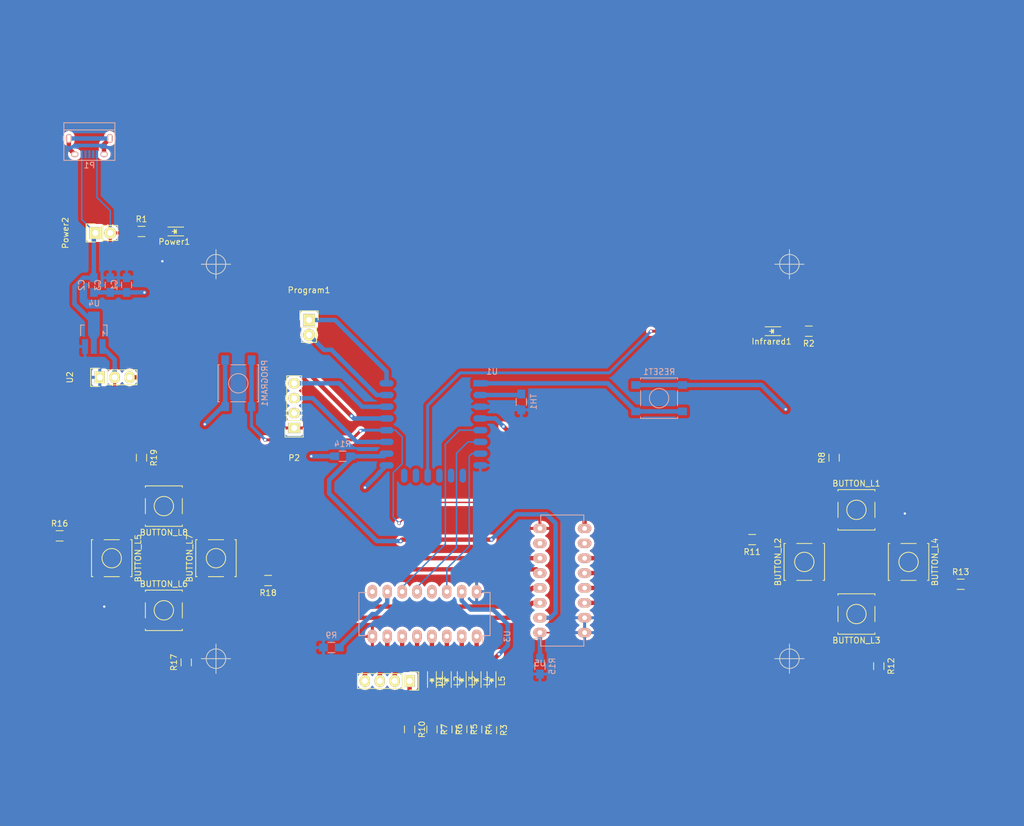
<source format=kicad_pcb>
(kicad_pcb (version 4) (host pcbnew 4.0.2+e4-6225~38~ubuntu15.10.1-stable)
  (layers (0 F.Cu signal) (31 B.Cu signal) (34 B.Paste user) (35 F.Paste user) (36 B.SilkS user) (37 F.SilkS user) (38 B.Mask user) (39 F.Mask user) (44 Edge.Cuts user))
  (net 0 "")
  (net 1 +3V3)
  (net 2 "Net-(L4-Pad1)")
  (net 3 "Net-(L5-Pad1)")
  (net 4 "Net-(L3-Pad1)")
  (net 5 "Net-(U1-Pad6)")
  (net 6 "Net-(L2-Pad1)")
  (net 7 "Net-(U3-Pad13)")
  (net 8 "Net-(L1-Pad1)")
  (net 9 "Net-(U1-Pad5)")
  (net 10 "Net-(D1-Pad2)")
  (net 11 "Net-(U1-Pad4)")
  (net 12 "Net-(D1-Pad3)")
  (net 13 "Net-(D1-Pad4)")
  (net 14 "Net-(U3-Pad9)")
  (net 15 GND)
  (net 16 "Net-(Infrared1-Pad2)")
  (net 17 "Net-(L2-Pad2)")
  (net 18 "Net-(L3-Pad2)")
  (net 19 "Net-(L4-Pad2)")
  (net 20 "Net-(Power1-Pad2)")
  (net 21 "Net-(L5-Pad2)")
  (net 22 "Net-(L1-Pad2)")
  (net 23 "Net-(RESET1-Pad2)")
  (net 24 "Net-(U1-Pad9)")
  (net 25 "Net-(U1-Pad10)")
  (net 26 "Net-(U1-Pad11)")
  (net 27 "Net-(U1-Pad13)")
  (net 28 "Net-(U1-Pad14)")
  (net 29 "Net-(U1-Pad7)")
  (net 30 "Net-(Infrared1-Pad1)")
  (net 31 "Net-(D1-Pad1)")
  (net 32 "Net-(R9-Pad1)")
  (net 33 "Net-(C2-Pad1)")
  (net 34 "Net-(P1-Pad2)")
  (net 35 "Net-(P1-Pad3)")
  (net 36 "Net-(P1-Pad4)")
  (net 37 "Net-(P1-Pad6)")
  (net 38 "Net-(BUTTON_L1-Pad1)")
  (net 39 "Net-(BUTTON_L2-Pad1)")
  (net 40 "Net-(BUTTON_L3-Pad1)")
  (net 41 "Net-(BUTTON_L4-Pad1)")
  (net 42 "Net-(BUTTON_L5-Pad2)")
  (net 43 "Net-(BUTTON_L6-Pad2)")
  (net 44 "Net-(BUTTON_L7-Pad2)")
  (net 45 "Net-(BUTTON_L8-Pad2)")
  (net 46 "Net-(P2-Pad4)")
  (net 47 "Net-(PROGRAM1-Pad1)")
  (net 48 "Net-(Program1-Pad1)")
  (net 49 "Net-(Program1-Pad2)")
  (net 50 "Net-(R14-Pad1)")
  (net 51 "Net-(TH1-Pad2)")
  (net 52 "Net-(U1-Pad19)")
  (net 53 "Net-(U5-Pad7)")
  (net 54 "Net-(U5-Pad10)")
  (net 55 "Net-(P2-Pad3)")
  (module Buttons_Switches_SMD:SW_SPST_B3S-1000 (layer F.Cu) (at 161.29 102.87)
    (fp_text reference BUTTON_L1 (at 0 -4.5) (layer F.SilkS))
    (fp_text value SW_PUSH)
    (pad 1 smd rect (at -3.975 -2.25) (size 1.55 1.3) (layers F.Cu F.Paste F.Mask) (net 38 "Net-(BUTTON_L1-Pad1)"))
    (pad 1 smd rect (at 3.975 -2.25) (size 1.55 1.3) (layers F.Cu F.Paste F.Mask) (net 38 "Net-(BUTTON_L1-Pad1)"))
    (pad 2 smd rect (at -3.975 2.25) (size 1.55 1.3) (layers F.Cu F.Paste F.Mask) (net 1 +3V3))
    (pad 2 smd rect (at 3.975 2.25) (size 1.55 1.3) (layers F.Cu F.Paste F.Mask) (net 1 +3V3))
  )
  (module Buttons_Switches_SMD:SW_SPST_B3S-1000 (layer F.Cu) (at 152.4 111.76 90)
    (fp_text reference BUTTON_L2 (at 0 -4.5 90) (layer F.SilkS))
    (fp_text value SW_PUSH)
    (pad 1 smd rect (at -3.975 -2.25 90) (size 1.55 1.3) (layers F.Cu F.Paste F.Mask) (net 39 "Net-(BUTTON_L2-Pad1)"))
    (pad 1 smd rect (at 3.975 -2.25 90) (size 1.55 1.3) (layers F.Cu F.Paste F.Mask) (net 39 "Net-(BUTTON_L2-Pad1)"))
    (pad 2 smd rect (at -3.975 2.25 90) (size 1.55 1.3) (layers F.Cu F.Paste F.Mask) (net 1 +3V3))
    (pad 2 smd rect (at 3.975 2.25 90) (size 1.55 1.3) (layers F.Cu F.Paste F.Mask) (net 1 +3V3))
  )
  (module Buttons_Switches_SMD:SW_SPST_B3S-1000 (layer F.Cu) (at 161.29 120.65 180)
    (fp_text reference BUTTON_L3 (at 0 -4.5 180) (layer F.SilkS))
    (fp_text value SW_PUSH)
    (pad 1 smd rect (at -3.975 -2.25 180) (size 1.55 1.3) (layers F.Cu F.Paste F.Mask) (net 40 "Net-(BUTTON_L3-Pad1)"))
    (pad 1 smd rect (at 3.975 -2.25 180) (size 1.55 1.3) (layers F.Cu F.Paste F.Mask) (net 40 "Net-(BUTTON_L3-Pad1)"))
    (pad 2 smd rect (at -3.975 2.25 180) (size 1.55 1.3) (layers F.Cu F.Paste F.Mask) (net 1 +3V3))
    (pad 2 smd rect (at 3.975 2.25 180) (size 1.55 1.3) (layers F.Cu F.Paste F.Mask) (net 1 +3V3))
  )
  (module Buttons_Switches_SMD:SW_SPST_B3S-1000 (layer F.Cu) (at 170.18 111.76 270)
    (fp_text reference BUTTON_L4 (at 0 -4.5 270) (layer F.SilkS))
    (fp_text value SW_PUSH)
    (pad 1 smd rect (at -3.975 -2.25 270) (size 1.55 1.3) (layers F.Cu F.Paste F.Mask) (net 41 "Net-(BUTTON_L4-Pad1)"))
    (pad 1 smd rect (at 3.975 -2.25 270) (size 1.55 1.3) (layers F.Cu F.Paste F.Mask) (net 41 "Net-(BUTTON_L4-Pad1)"))
    (pad 2 smd rect (at -3.975 2.25 270) (size 1.55 1.3) (layers F.Cu F.Paste F.Mask) (net 1 +3V3))
    (pad 2 smd rect (at 3.975 2.25 270) (size 1.55 1.3) (layers F.Cu F.Paste F.Mask) (net 1 +3V3))
  )
  (module Buttons_Switches_SMD:SW_SPST_B3S-1000 (layer F.Cu) (at 34.29 111.125 270)
    (fp_text reference BUTTON_L5 (at 0 -4.5 270) (layer F.SilkS))
    (fp_text value SW_PUSH)
    (pad 1 smd rect (at -3.975 -2.25 270) (size 1.55 1.3) (layers F.Cu F.Paste F.Mask) (net 1 +3V3))
    (pad 1 smd rect (at 3.975 -2.25 270) (size 1.55 1.3) (layers F.Cu F.Paste F.Mask) (net 1 +3V3))
    (pad 2 smd rect (at -3.975 2.25 270) (size 1.55 1.3) (layers F.Cu F.Paste F.Mask) (net 42 "Net-(BUTTON_L5-Pad2)"))
    (pad 2 smd rect (at 3.975 2.25 270) (size 1.55 1.3) (layers F.Cu F.Paste F.Mask) (net 42 "Net-(BUTTON_L5-Pad2)"))
  )
  (module Buttons_Switches_SMD:SW_SPST_B3S-1000 (layer F.Cu) (at 43.18 120.015)
    (fp_text reference BUTTON_L6 (at 0 -4.5) (layer F.SilkS))
    (fp_text value SW_PUSH)
    (pad 1 smd rect (at -3.975 -2.25) (size 1.55 1.3) (layers F.Cu F.Paste F.Mask) (net 1 +3V3))
    (pad 1 smd rect (at 3.975 -2.25) (size 1.55 1.3) (layers F.Cu F.Paste F.Mask) (net 1 +3V3))
    (pad 2 smd rect (at -3.975 2.25) (size 1.55 1.3) (layers F.Cu F.Paste F.Mask) (net 43 "Net-(BUTTON_L6-Pad2)"))
    (pad 2 smd rect (at 3.975 2.25) (size 1.55 1.3) (layers F.Cu F.Paste F.Mask) (net 43 "Net-(BUTTON_L6-Pad2)"))
  )
  (module Buttons_Switches_SMD:SW_SPST_B3S-1000 (layer F.Cu) (at 52.07 111.125 90)
    (fp_text reference BUTTON_L7 (at 0 -4.5 90) (layer F.SilkS))
    (fp_text value SW_PUSH)
    (pad 1 smd rect (at -3.975 -2.25 90) (size 1.55 1.3) (layers F.Cu F.Paste F.Mask) (net 1 +3V3))
    (pad 1 smd rect (at 3.975 -2.25 90) (size 1.55 1.3) (layers F.Cu F.Paste F.Mask) (net 1 +3V3))
    (pad 2 smd rect (at -3.975 2.25 90) (size 1.55 1.3) (layers F.Cu F.Paste F.Mask) (net 44 "Net-(BUTTON_L7-Pad2)"))
    (pad 2 smd rect (at 3.975 2.25 90) (size 1.55 1.3) (layers F.Cu F.Paste F.Mask) (net 44 "Net-(BUTTON_L7-Pad2)"))
  )
  (module Buttons_Switches_SMD:SW_SPST_B3S-1000 (layer F.Cu) (at 43.18 102.235 180)
    (fp_text reference BUTTON_L8 (at 0 -4.5 180) (layer F.SilkS))
    (fp_text value SW_PUSH)
    (pad 1 smd rect (at -3.975 -2.25 180) (size 1.55 1.3) (layers F.Cu F.Paste F.Mask) (net 1 +3V3))
    (pad 1 smd rect (at 3.975 -2.25 180) (size 1.55 1.3) (layers F.Cu F.Paste F.Mask) (net 1 +3V3))
    (pad 2 smd rect (at -3.975 2.25 180) (size 1.55 1.3) (layers F.Cu F.Paste F.Mask) (net 45 "Net-(BUTTON_L8-Pad2)"))
    (pad 2 smd rect (at 3.975 2.25 180) (size 1.55 1.3) (layers F.Cu F.Paste F.Mask) (net 45 "Net-(BUTTON_L8-Pad2)"))
  )
  (module Capacitors_SMD:C_0805_HandSoldering (layer B.Cu) (at 36.83 64.516 270)
    (fp_text reference C1 (at 0 2.1 270) (layer B.SilkS) (effects (justify mirror)))
    (fp_text value 10uF)
    (pad 1 smd rect (at -1.25 0 270) (size 1.5 1.25) (layers B.Cu B.Paste B.Mask) (net 1 +3V3))
    (pad 2 smd rect (at 1.25 0 270) (size 1.5 1.25) (layers B.Cu B.Paste B.Mask) (net 15 GND))
  )
  (module Capacitors_SMD:C_0805_HandSoldering (layer B.Cu) (at 31.242 64.516 270)
    (fp_text reference C2 (at 0 2.1 270) (layer B.SilkS) (effects (justify mirror)))
    (fp_text value 1uF)
    (pad 1 smd rect (at -1.25 0 270) (size 1.5 1.25) (layers B.Cu B.Paste B.Mask) (net 33 "Net-(C2-Pad1)"))
    (pad 2 smd rect (at 1.25 0 270) (size 1.5 1.25) (layers B.Cu B.Paste B.Mask) (net 15 GND))
  )
  (module Capacitors_SMD:C_0805_HandSoldering (layer B.Cu) (at 34.036 64.516 270)
    (fp_text reference C3 (at 0 2.1 270) (layer B.SilkS) (effects (justify mirror)))
    (fp_text value 1uF)
    (pad 1 smd rect (at -1.25 0 270) (size 1.5 1.25) (layers B.Cu B.Paste B.Mask) (net 1 +3V3))
    (pad 2 smd rect (at 1.25 0 270) (size 1.5 1.25) (layers B.Cu B.Paste B.Mask) (net 15 GND))
  )
  (module Pin_Headers:Pin_Header_Straight_1x04 (layer F.Cu) (at 85.09 132.08 270)
    (fp_text reference D1 (at 0 -5.1 270) (layer F.SilkS))
    (fp_text value Led_RGB_CA)
    (pad 1 thru_hole rect (at 0 0 270) (size 2.032 1.7272) (drill 1.016) (layers *.Cu *.Mask F.SilkS) (net 31 "Net-(D1-Pad1)"))
    (pad 2 thru_hole oval (at 0 2.54 270) (size 2.032 1.7272) (drill 1.016) (layers *.Cu *.Mask F.SilkS) (net 10 "Net-(D1-Pad2)"))
    (pad 3 thru_hole oval (at 0 5.08 270) (size 2.032 1.7272) (drill 1.016) (layers *.Cu *.Mask F.SilkS) (net 12 "Net-(D1-Pad3)"))
    (pad 4 thru_hole oval (at 0 7.62 270) (size 2.032 1.7272) (drill 1.016) (layers *.Cu *.Mask F.SilkS) (net 13 "Net-(D1-Pad4)"))
  )
  (module LEDs:LED_0805 (layer F.Cu) (at 146.812 72.39 180)
    (fp_text reference Infrared1 (at 0 -1.75 180) (layer F.SilkS))
    (fp_text value LEDs:LED-5MM)
    (pad 2 smd rect (at 1.04902 0) (size 1.19888 1.19888) (layers F.Cu F.Paste F.Mask) (net 16 "Net-(Infrared1-Pad2)"))
    (pad 1 smd rect (at -1.04902 0) (size 1.19888 1.19888) (layers F.Cu F.Paste F.Mask) (net 30 "Net-(Infrared1-Pad1)"))
  )
  (module LEDs:LED_0805 (layer F.Cu) (at 88.9 132.08 270)
    (fp_text reference L1 (at 0 -1.75 270) (layer F.SilkS))
    (fp_text value LEDs:LED-5MM)
    (pad 2 smd rect (at 1.04902 0 90) (size 1.19888 1.19888) (layers F.Cu F.Paste F.Mask) (net 22 "Net-(L1-Pad2)"))
    (pad 1 smd rect (at -1.04902 0 90) (size 1.19888 1.19888) (layers F.Cu F.Paste F.Mask) (net 8 "Net-(L1-Pad1)"))
  )
  (module LEDs:LED_0805 (layer F.Cu) (at 91.44 132.08 270)
    (fp_text reference L2 (at 0 -1.75 270) (layer F.SilkS))
    (fp_text value LED)
    (pad 2 smd rect (at 1.04902 0 90) (size 1.19888 1.19888) (layers F.Cu F.Paste F.Mask) (net 17 "Net-(L2-Pad2)"))
    (pad 1 smd rect (at -1.04902 0 90) (size 1.19888 1.19888) (layers F.Cu F.Paste F.Mask) (net 6 "Net-(L2-Pad1)"))
  )
  (module LEDs:LED_0805 (layer F.Cu) (at 93.98 132.08 270)
    (fp_text reference L3 (at 0 -1.75 270) (layer F.SilkS))
    (fp_text value LED)
    (pad 2 smd rect (at 1.04902 0 90) (size 1.19888 1.19888) (layers F.Cu F.Paste F.Mask) (net 18 "Net-(L3-Pad2)"))
    (pad 1 smd rect (at -1.04902 0 90) (size 1.19888 1.19888) (layers F.Cu F.Paste F.Mask) (net 4 "Net-(L3-Pad1)"))
  )
  (module LEDs:LED_0805 (layer F.Cu) (at 96.52 132.08 270)
    (fp_text reference L4 (at 0 -1.75 270) (layer F.SilkS))
    (fp_text value LED)
    (pad 2 smd rect (at 1.04902 0 90) (size 1.19888 1.19888) (layers F.Cu F.Paste F.Mask) (net 19 "Net-(L4-Pad2)"))
    (pad 1 smd rect (at -1.04902 0 90) (size 1.19888 1.19888) (layers F.Cu F.Paste F.Mask) (net 2 "Net-(L4-Pad1)"))
  )
  (module LEDs:LED_0805 (layer F.Cu) (at 99.06 132.08 270)
    (fp_text reference L5 (at 0 -1.75 270) (layer F.SilkS))
    (fp_text value LEDs:LED-5MM)
    (pad 2 smd rect (at 1.04902 0 90) (size 1.19888 1.19888) (layers F.Cu F.Paste F.Mask) (net 21 "Net-(L5-Pad2)"))
    (pad 1 smd rect (at -1.04902 0 90) (size 1.19888 1.19888) (layers F.Cu F.Paste F.Mask) (net 3 "Net-(L5-Pad1)"))
  )
  (module Connect:USB_Micro-B (layer B.Cu) (at 30.48 40.64)
    (fp_text reference P1 (at 0 3.45) (layer B.SilkS) (effects (justify mirror)))
    (fp_text value USB_OTG)
    (pad 1 smd rect (at -1.3009 1.56254 270) (size 1.35 0.4) (layers B.Cu B.Paste B.Mask) (net 33 "Net-(C2-Pad1)"))
    (pad 2 smd rect (at -0.6509 1.56254 270) (size 1.35 0.4) (layers B.Cu B.Paste B.Mask) (net 34 "Net-(P1-Pad2)"))
    (pad 3 smd rect (at -0.0009 1.56254 270) (size 1.35 0.4) (layers B.Cu B.Paste B.Mask) (net 35 "Net-(P1-Pad3)"))
    (pad 4 smd rect (at 0.6491 1.56254 270) (size 1.35 0.4) (layers B.Cu B.Paste B.Mask) (net 36 "Net-(P1-Pad4)"))
    (pad 5 smd rect (at 1.2991 1.56254 270) (size 1.35 0.4) (layers B.Cu B.Paste B.Mask) (net 15 GND))
    (pad 6 thru_hole oval (at -2.5009 1.56254 270) (size 0.95 1.25) (drill oval 0.55 0.85) (layers *.Cu *.Mask B.SilkS) (net 37 "Net-(P1-Pad6)"))
    (pad 6 thru_hole oval (at 2.4991 1.56254 270) (size 0.95 1.25) (drill oval 0.55 0.85) (layers *.Cu *.Mask B.SilkS) (net 37 "Net-(P1-Pad6)"))
    (pad 6 thru_hole oval (at -3.5009 -1.13746 270) (size 1.55 1) (drill oval 1.15 0.5) (layers *.Cu *.Mask B.SilkS) (net 37 "Net-(P1-Pad6)"))
    (pad 6 thru_hole oval (at 3.4991 -1.13746 270) (size 1.55 1) (drill oval 1.15 0.5) (layers *.Cu *.Mask B.SilkS) (net 37 "Net-(P1-Pad6)"))
  )
  (module Pin_Headers:Pin_Header_Straight_1x04 (layer F.Cu) (at 65.405 88.9 180)
    (fp_text reference P2 (at 0 -5.1 180) (layer F.SilkS))
    (fp_text value CONN_01X04)
    (pad 1 thru_hole rect (at 0 0 180) (size 2.032 1.7272) (drill 1.016) (layers *.Cu *.Mask F.SilkS) (net 15 GND))
    (pad 2 thru_hole oval (at 0 2.54 180) (size 2.032 1.7272) (drill 1.016) (layers *.Cu *.Mask F.SilkS) (net 1 +3V3))
    (pad 3 thru_hole oval (at 0 5.08 180) (size 2.032 1.7272) (drill 1.016) (layers *.Cu *.Mask F.SilkS) (net 55 "Net-(P2-Pad3)"))
    (pad 4 thru_hole oval (at 0 7.62 180) (size 2.032 1.7272) (drill 1.016) (layers *.Cu *.Mask F.SilkS) (net 46 "Net-(P2-Pad4)"))
  )
  (module LEDs:LED_0805 (layer F.Cu) (at 44.958 55.372 180)
    (fp_text reference Power1 (at 0 -1.75 180) (layer F.SilkS))
    (fp_text value LED)
    (pad 2 smd rect (at 1.04902 0) (size 1.19888 1.19888) (layers F.Cu F.Paste F.Mask) (net 20 "Net-(Power1-Pad2)"))
    (pad 1 smd rect (at -1.04902 0) (size 1.19888 1.19888) (layers F.Cu F.Paste F.Mask) (net 1 +3V3))
  )
  (module Pin_Headers:Pin_Header_Straight_1x02 (layer F.Cu) (at 31.496 55.626 90)
    (fp_text reference Power2 (at 0 -5.1 90) (layer F.SilkS))
    (fp_text value CONN_01X02)
    (pad 1 thru_hole rect (at 0 0 90) (size 2.032 2.032) (drill 1.016) (layers *.Cu *.Mask F.SilkS) (net 33 "Net-(C2-Pad1)"))
    (pad 2 thru_hole oval (at 0 2.54 90) (size 2.032 2.032) (drill 1.016) (layers *.Cu *.Mask F.SilkS) (net 15 GND))
  )
  (module Buttons_Switches_SMD:SW_SPST_B3S-1000 (layer B.Cu) (at 55.88 81.28 90)
    (fp_text reference PROGRAM1 (at 0 4.5 90) (layer B.SilkS) (effects (justify mirror)))
    (fp_text value SW_PUSH)
    (pad 1 smd rect (at -3.975 2.25 90) (size 1.55 1.3) (layers B.Cu B.Paste B.Mask) (net 47 "Net-(PROGRAM1-Pad1)"))
    (pad 1 smd rect (at 3.975 2.25 90) (size 1.55 1.3) (layers B.Cu B.Paste B.Mask) (net 47 "Net-(PROGRAM1-Pad1)"))
    (pad 2 smd rect (at -3.975 -2.25 90) (size 1.55 1.3) (layers B.Cu B.Paste B.Mask) (net 15 GND))
    (pad 2 smd rect (at 3.975 -2.25 90) (size 1.55 1.3) (layers B.Cu B.Paste B.Mask) (net 15 GND))
  )
  (module Pin_Headers:Pin_Header_Straight_1x02 (layer F.Cu) (at 67.945 70.485)
    (fp_text reference Program1 (at 0 -5.1) (layer F.SilkS))
    (fp_text value CONN_01X02)
    (pad 1 thru_hole rect (at 0 0) (size 2.032 2.032) (drill 1.016) (layers *.Cu *.Mask F.SilkS) (net 48 "Net-(Program1-Pad1)"))
    (pad 2 thru_hole oval (at 0 2.54) (size 2.032 2.032) (drill 1.016) (layers *.Cu *.Mask F.SilkS) (net 49 "Net-(Program1-Pad2)"))
  )
  (module Resistors_SMD:R_0805_HandSoldering (layer F.Cu) (at 39.37 55.372)
    (fp_text reference R1 (at 0 -2.1) (layer F.SilkS))
    (fp_text value 100)
    (pad 1 smd rect (at -1.35 0) (size 1.5 1.3) (layers F.Cu F.Paste F.Mask) (net 15 GND))
    (pad 2 smd rect (at 1.35 0) (size 1.5 1.3) (layers F.Cu F.Paste F.Mask) (net 20 "Net-(Power1-Pad2)"))
  )
  (module Resistors_SMD:R_0805_HandSoldering (layer F.Cu) (at 153.162 72.39 180)
    (fp_text reference R2 (at 0 -2.1 180) (layer F.SilkS))
    (fp_text value 100)
    (pad 1 smd rect (at -1.35 0 180) (size 1.5 1.3) (layers F.Cu F.Paste F.Mask) (net 15 GND))
    (pad 2 smd rect (at 1.35 0 180) (size 1.5 1.3) (layers F.Cu F.Paste F.Mask) (net 30 "Net-(Infrared1-Pad1)"))
  )
  (module Resistors_SMD:R_0805_HandSoldering (layer F.Cu) (at 99.06 140.462 270)
    (fp_text reference R3 (at 0 -2.1 270) (layer F.SilkS))
    (fp_text value 100)
    (pad 1 smd rect (at -1.35 0 270) (size 1.5 1.3) (layers F.Cu F.Paste F.Mask) (net 21 "Net-(L5-Pad2)"))
    (pad 2 smd rect (at 1.35 0 270) (size 1.5 1.3) (layers F.Cu F.Paste F.Mask) (net 15 GND))
  )
  (module Resistors_SMD:R_0805_HandSoldering (layer F.Cu) (at 96.52 140.335 270)
    (fp_text reference R4 (at 0 -2.1 270) (layer F.SilkS))
    (fp_text value 100)
    (pad 1 smd rect (at -1.35 0 270) (size 1.5 1.3) (layers F.Cu F.Paste F.Mask) (net 19 "Net-(L4-Pad2)"))
    (pad 2 smd rect (at 1.35 0 270) (size 1.5 1.3) (layers F.Cu F.Paste F.Mask) (net 15 GND))
  )
  (module Resistors_SMD:R_0805_HandSoldering (layer F.Cu) (at 93.98 140.335 270)
    (fp_text reference R5 (at 0 -2.1 270) (layer F.SilkS))
    (fp_text value 100)
    (pad 1 smd rect (at -1.35 0 270) (size 1.5 1.3) (layers F.Cu F.Paste F.Mask) (net 18 "Net-(L3-Pad2)"))
    (pad 2 smd rect (at 1.35 0 270) (size 1.5 1.3) (layers F.Cu F.Paste F.Mask) (net 15 GND))
  )
  (module Resistors_SMD:R_0805_HandSoldering (layer F.Cu) (at 91.44 140.335 270)
    (fp_text reference R6 (at 0 -2.1 270) (layer F.SilkS))
    (fp_text value 100)
    (pad 1 smd rect (at -1.35 0 270) (size 1.5 1.3) (layers F.Cu F.Paste F.Mask) (net 17 "Net-(L2-Pad2)"))
    (pad 2 smd rect (at 1.35 0 270) (size 1.5 1.3) (layers F.Cu F.Paste F.Mask) (net 15 GND))
  )
  (module Resistors_SMD:R_0805_HandSoldering (layer F.Cu) (at 88.9 140.335 270)
    (fp_text reference R7 (at 0 -2.1 270) (layer F.SilkS))
    (fp_text value 100)
    (pad 1 smd rect (at -1.35 0 270) (size 1.5 1.3) (layers F.Cu F.Paste F.Mask) (net 22 "Net-(L1-Pad2)"))
    (pad 2 smd rect (at 1.35 0 270) (size 1.5 1.3) (layers F.Cu F.Paste F.Mask) (net 15 GND))
  )
  (module Resistors_SMD:R_0805_HandSoldering (layer F.Cu) (at 157.48 93.98 90)
    (fp_text reference R8 (at 0 -2.1 90) (layer F.SilkS))
    (fp_text value "100 Ohm")
    (pad 1 smd rect (at -1.35 0 90) (size 1.5 1.3) (layers F.Cu F.Paste F.Mask) (net 38 "Net-(BUTTON_L1-Pad1)"))
    (pad 2 smd rect (at 1.35 0 90) (size 1.5 1.3) (layers F.Cu F.Paste F.Mask) (net 15 GND))
  )
  (module Resistors_SMD:R_0805_HandSoldering (layer B.Cu) (at 71.755 126.365 180)
    (fp_text reference R9 (at 0 2.1 180) (layer B.SilkS) (effects (justify mirror)))
    (fp_text value 100)
    (pad 1 smd rect (at -1.35 0 180) (size 1.5 1.3) (layers B.Cu B.Paste B.Mask) (net 32 "Net-(R9-Pad1)"))
    (pad 2 smd rect (at 1.35 0 180) (size 1.5 1.3) (layers B.Cu B.Paste B.Mask) (net 1 +3V3))
  )
  (module Resistors_SMD:R_0805_HandSoldering (layer F.Cu) (at 85.09 140.335 270)
    (fp_text reference R10 (at 0 -2.1 270) (layer F.SilkS))
    (fp_text value 100)
    (pad 1 smd rect (at -1.35 0 270) (size 1.5 1.3) (layers F.Cu F.Paste F.Mask) (net 31 "Net-(D1-Pad1)"))
    (pad 2 smd rect (at 1.35 0 270) (size 1.5 1.3) (layers F.Cu F.Paste F.Mask) (net 15 GND))
  )
  (module Resistors_SMD:R_0805_HandSoldering (layer F.Cu) (at 143.51 107.95 180)
    (fp_text reference R11 (at 0 -2.1 180) (layer F.SilkS))
    (fp_text value "100 Ohm")
    (pad 1 smd rect (at -1.35 0 180) (size 1.5 1.3) (layers F.Cu F.Paste F.Mask) (net 39 "Net-(BUTTON_L2-Pad1)"))
    (pad 2 smd rect (at 1.35 0 180) (size 1.5 1.3) (layers F.Cu F.Paste F.Mask) (net 15 GND))
  )
  (module Resistors_SMD:R_0805_HandSoldering (layer F.Cu) (at 165.1 129.54 270)
    (fp_text reference R12 (at 0 -2.1 270) (layer F.SilkS))
    (fp_text value "100 Ohm")
    (pad 1 smd rect (at -1.35 0 270) (size 1.5 1.3) (layers F.Cu F.Paste F.Mask) (net 40 "Net-(BUTTON_L3-Pad1)"))
    (pad 2 smd rect (at 1.35 0 270) (size 1.5 1.3) (layers F.Cu F.Paste F.Mask) (net 15 GND))
  )
  (module Resistors_SMD:R_0805_HandSoldering (layer F.Cu) (at 179.07 115.57)
    (fp_text reference R13 (at 0 -2.1) (layer F.SilkS))
    (fp_text value "100 Ohm")
    (pad 1 smd rect (at -1.35 0) (size 1.5 1.3) (layers F.Cu F.Paste F.Mask) (net 41 "Net-(BUTTON_L4-Pad1)"))
    (pad 2 smd rect (at 1.35 0) (size 1.5 1.3) (layers F.Cu F.Paste F.Mask) (net 15 GND))
  )
  (module Resistors_SMD:R_0805_HandSoldering (layer B.Cu) (at 73.66 93.726 180)
    (fp_text reference R14 (at 0 2.1 180) (layer B.SilkS) (effects (justify mirror)))
    (fp_text value "10k Ohm")
    (pad 1 smd rect (at -1.35 0 180) (size 1.5 1.3) (layers B.Cu B.Paste B.Mask) (net 50 "Net-(R14-Pad1)"))
    (pad 2 smd rect (at 1.35 0 180) (size 1.5 1.3) (layers B.Cu B.Paste B.Mask) (net 15 GND))
  )
  (module Resistors_SMD:R_0805_HandSoldering (layer B.Cu) (at 107.315 129.54 90)
    (fp_text reference R15 (at 0 2.1 90) (layer B.SilkS) (effects (justify mirror)))
    (fp_text value "10k Ohm")
    (pad 1 smd rect (at -1.35 0 90) (size 1.5 1.3) (layers B.Cu B.Paste B.Mask) (net 1 +3V3))
    (pad 2 smd rect (at 1.35 0 90) (size 1.5 1.3) (layers B.Cu B.Paste B.Mask) (net 47 "Net-(PROGRAM1-Pad1)"))
  )
  (module Resistors_SMD:R_0805_HandSoldering (layer F.Cu) (at 25.4 107.315)
    (fp_text reference R16 (at 0 -2.1) (layer F.SilkS))
    (fp_text value "100 Ohm")
    (pad 1 smd rect (at -1.35 0) (size 1.5 1.3) (layers F.Cu F.Paste F.Mask) (net 15 GND))
    (pad 2 smd rect (at 1.35 0) (size 1.5 1.3) (layers F.Cu F.Paste F.Mask) (net 42 "Net-(BUTTON_L5-Pad2)"))
  )
  (module Resistors_SMD:R_0805_HandSoldering (layer F.Cu) (at 46.99 128.905 90)
    (fp_text reference R17 (at 0 -2.1 90) (layer F.SilkS))
    (fp_text value "100 Ohm")
    (pad 1 smd rect (at -1.35 0 90) (size 1.5 1.3) (layers F.Cu F.Paste F.Mask) (net 15 GND))
    (pad 2 smd rect (at 1.35 0 90) (size 1.5 1.3) (layers F.Cu F.Paste F.Mask) (net 43 "Net-(BUTTON_L6-Pad2)"))
  )
  (module Resistors_SMD:R_0805_HandSoldering (layer F.Cu) (at 60.96 114.935 180)
    (fp_text reference R18 (at 0 -2.1 180) (layer F.SilkS))
    (fp_text value "100 Ohm")
    (pad 1 smd rect (at -1.35 0 180) (size 1.5 1.3) (layers F.Cu F.Paste F.Mask) (net 15 GND))
    (pad 2 smd rect (at 1.35 0 180) (size 1.5 1.3) (layers F.Cu F.Paste F.Mask) (net 44 "Net-(BUTTON_L7-Pad2)"))
  )
  (module Resistors_SMD:R_0805_HandSoldering (layer F.Cu) (at 39.37 93.98 270)
    (fp_text reference R19 (at 0 -2.1 270) (layer F.SilkS))
    (fp_text value "100 Ohm")
    (pad 1 smd rect (at -1.35 0 270) (size 1.5 1.3) (layers F.Cu F.Paste F.Mask) (net 15 GND))
    (pad 2 smd rect (at 1.35 0 270) (size 1.5 1.3) (layers F.Cu F.Paste F.Mask) (net 45 "Net-(BUTTON_L8-Pad2)"))
  )
  (module Buttons_Switches_SMD:SW_SPST_B3S-1000 (layer B.Cu) (at 127.635 83.82 180)
    (fp_text reference RESET1 (at 0 4.5 180) (layer B.SilkS) (effects (justify mirror)))
    (fp_text value SW_PUSH)
    (pad 1 smd rect (at -3.975 2.25 180) (size 1.55 1.3) (layers B.Cu B.Paste B.Mask) (net 15 GND))
    (pad 1 smd rect (at 3.975 2.25 180) (size 1.55 1.3) (layers B.Cu B.Paste B.Mask) (net 15 GND))
    (pad 2 smd rect (at -3.975 -2.25 180) (size 1.55 1.3) (layers B.Cu B.Paste B.Mask) (net 23 "Net-(RESET1-Pad2)"))
    (pad 2 smd rect (at 3.975 -2.25 180) (size 1.55 1.3) (layers B.Cu B.Paste B.Mask) (net 23 "Net-(RESET1-Pad2)"))
  )
  (module Resistors_SMD:R_0805_HandSoldering (layer B.Cu) (at 104.14 84.455 90)
    (fp_text reference TH1 (at 0 2.1 90) (layer B.SilkS) (effects (justify mirror)))
    (fp_text value "100 Ohm THERMISTOR")
    (pad 1 smd rect (at -1.35 0 90) (size 1.5 1.3) (layers B.Cu B.Paste B.Mask) (net 1 +3V3))
    (pad 2 smd rect (at 1.35 0 90) (size 1.5 1.3) (layers B.Cu B.Paste B.Mask) (net 51 "Net-(TH1-Pad2)"))
  )
  (module ESP8266:ESP-12E (layer B.Cu) (at 97.155 81.28 180)
    (fp_text reference U1 (at -2 2 180) (layer B.SilkS) (effects (justify mirror)))
    (fp_text value ESP-12E)
    (pad 9 smd oval (at 2.99 -15.75 90) (size 2.4 1.1) (layers B.Cu B.Paste B.Mask) (net 24 "Net-(U1-Pad9)"))
    (pad 10 smd oval (at 4.99 -15.75 90) (size 2.4 1.1) (layers B.Cu B.Paste B.Mask) (net 25 "Net-(U1-Pad10)"))
    (pad 11 smd oval (at 6.99 -15.75 90) (size 2.4 1.1) (layers B.Cu B.Paste B.Mask) (net 26 "Net-(U1-Pad11)"))
    (pad 12 smd oval (at 8.99 -15.75 90) (size 2.4 1.1) (layers B.Cu B.Paste B.Mask) (net 16 "Net-(Infrared1-Pad2)"))
    (pad 13 smd oval (at 10.99 -15.75 90) (size 2.4 1.1) (layers B.Cu B.Paste B.Mask) (net 27 "Net-(U1-Pad13)"))
    (pad 14 smd oval (at 12.99 -15.75 90) (size 2.4 1.1) (layers B.Cu B.Paste B.Mask) (net 28 "Net-(U1-Pad14)"))
    (pad 1 smd rect (at 0 0 180) (size 2.4 1.1) (layers B.Cu B.Paste B.Mask) (net 23 "Net-(RESET1-Pad2)"))
    (pad 2 smd oval (at 0 -2 180) (size 2.4 1.1) (layers B.Cu B.Paste B.Mask) (net 51 "Net-(TH1-Pad2)"))
    (pad 3 smd oval (at 0 -4 180) (size 2.4 1.1) (layers B.Cu B.Paste B.Mask) (net 1 +3V3))
    (pad 4 smd oval (at 0 -6 180) (size 2.4 1.1) (layers B.Cu B.Paste B.Mask) (net 11 "Net-(U1-Pad4)"))
    (pad 5 smd oval (at 0 -8 180) (size 2.4 1.1) (layers B.Cu B.Paste B.Mask) (net 9 "Net-(U1-Pad5)"))
    (pad 6 smd oval (at 0 -10 180) (size 2.4 1.1) (layers B.Cu B.Paste B.Mask) (net 5 "Net-(U1-Pad6)"))
    (pad 7 smd oval (at 0 -12 180) (size 2.4 1.1) (layers B.Cu B.Paste B.Mask) (net 29 "Net-(U1-Pad7)"))
    (pad 8 smd oval (at 0 -14 180) (size 2.4 1.1) (layers B.Cu B.Paste B.Mask) (net 1 +3V3))
    (pad 15 smd oval (at 16 -14 180) (size 2.4 1.1) (layers B.Cu B.Paste B.Mask) (net 15 GND))
    (pad 16 smd oval (at 16 -12 180) (size 2.4 1.1) (layers B.Cu B.Paste B.Mask) (net 50 "Net-(R14-Pad1)"))
    (pad 17 smd oval (at 16 -10 180) (size 2.4 1.1) (layers B.Cu B.Paste B.Mask) (net 55 "Net-(P2-Pad3)"))
    (pad 18 smd oval (at 16 -8 180) (size 2.4 1.1) (layers B.Cu B.Paste B.Mask) (net 47 "Net-(PROGRAM1-Pad1)"))
    (pad 19 smd oval (at 16 -6 180) (size 2.4 1.1) (layers B.Cu B.Paste B.Mask) (net 52 "Net-(U1-Pad19)"))
    (pad 20 smd oval (at 16 -4 180) (size 2.4 1.1) (layers B.Cu B.Paste B.Mask) (net 46 "Net-(P2-Pad4)"))
    (pad 21 smd oval (at 16 -2 180) (size 2.4 1.1) (layers B.Cu B.Paste B.Mask) (net 49 "Net-(Program1-Pad2)"))
    (pad 22 smd oval (at 16 0 180) (size 2.4 1.1) (layers B.Cu B.Paste B.Mask) (net 48 "Net-(Program1-Pad1)"))
  )
  (module custom-footprints:IR_Receiver (layer F.Cu) (at 32.258 80.264 90)
    (fp_text reference U2 (at 0 -5.1 90) (layer F.SilkS))
    (fp_text value TSOP38238)
    (pad 2 thru_hole rect (at 0 0 90) (size 2.032 1.7272) (drill 1.016) (layers *.Cu *.Mask F.SilkS) (net 1 +3V3))
    (pad 1 thru_hole oval (at 0 2.54 90) (size 2.032 1.7272) (drill 1.016) (layers *.Cu *.Mask F.SilkS) (net 15 GND))
    (pad 3 thru_hole oval (at 0 5.08 90) (size 2.032 1.7272) (drill 1.016) (layers *.Cu *.Mask F.SilkS) (net 52 "Net-(U1-Pad19)"))
  )
  (module Housings_DIP:DIP-16_W7.62mm_LongPads (layer B.Cu) (at 96.52 124.46 90)
    (fp_text reference U3 (at 0 5.22 90) (layer B.SilkS) (effects (justify mirror)))
    (fp_text value 74HC595)
    (pad 1 thru_hole oval (at 0 0 90) (size 2.3 1.6) (drill 0.8) (layers *.Cu *.Mask B.SilkS) (net 2 "Net-(L4-Pad1)"))
    (pad 2 thru_hole oval (at 0 -2.54 90) (size 2.3 1.6) (drill 0.8) (layers *.Cu *.Mask B.SilkS) (net 4 "Net-(L3-Pad1)"))
    (pad 3 thru_hole oval (at 0 -5.08 90) (size 2.3 1.6) (drill 0.8) (layers *.Cu *.Mask B.SilkS) (net 6 "Net-(L2-Pad1)"))
    (pad 4 thru_hole oval (at 0 -7.62 90) (size 2.3 1.6) (drill 0.8) (layers *.Cu *.Mask B.SilkS) (net 8 "Net-(L1-Pad1)"))
    (pad 5 thru_hole oval (at 0 -10.16 90) (size 2.3 1.6) (drill 0.8) (layers *.Cu *.Mask B.SilkS) (net 10 "Net-(D1-Pad2)"))
    (pad 6 thru_hole oval (at 0 -12.7 90) (size 2.3 1.6) (drill 0.8) (layers *.Cu *.Mask B.SilkS) (net 12 "Net-(D1-Pad3)"))
    (pad 7 thru_hole oval (at 0 -15.24 90) (size 2.3 1.6) (drill 0.8) (layers *.Cu *.Mask B.SilkS) (net 13 "Net-(D1-Pad4)"))
    (pad 8 thru_hole oval (at 0 -17.78 90) (size 2.3 1.6) (drill 0.8) (layers *.Cu *.Mask B.SilkS) (net 15 GND))
    (pad 9 thru_hole oval (at 7.62 -17.78 90) (size 2.3 1.6) (drill 0.8) (layers *.Cu *.Mask B.SilkS) (net 14 "Net-(U3-Pad9)"))
    (pad 10 thru_hole oval (at 7.62 -15.24 90) (size 2.3 1.6) (drill 0.8) (layers *.Cu *.Mask B.SilkS) (net 32 "Net-(R9-Pad1)"))
    (pad 11 thru_hole oval (at 7.62 -12.7 90) (size 2.3 1.6) (drill 0.8) (layers *.Cu *.Mask B.SilkS) (net 9 "Net-(U1-Pad5)"))
    (pad 12 thru_hole oval (at 7.62 -10.16 90) (size 2.3 1.6) (drill 0.8) (layers *.Cu *.Mask B.SilkS) (net 5 "Net-(U1-Pad6)"))
    (pad 13 thru_hole oval (at 7.62 -7.62 90) (size 2.3 1.6) (drill 0.8) (layers *.Cu *.Mask B.SilkS) (net 7 "Net-(U3-Pad13)"))
    (pad 14 thru_hole oval (at 7.62 -5.08 90) (size 2.3 1.6) (drill 0.8) (layers *.Cu *.Mask B.SilkS) (net 29 "Net-(U1-Pad7)"))
    (pad 15 thru_hole oval (at 7.62 -2.54 90) (size 2.3 1.6) (drill 0.8) (layers *.Cu *.Mask B.SilkS) (net 3 "Net-(L5-Pad1)"))
    (pad 16 thru_hole oval (at 7.62 0 90) (size 2.3 1.6) (drill 0.8) (layers *.Cu *.Mask B.SilkS) (net 1 +3V3))
  )
  (module custom-footprints:MC78L05ACH-SOT89-3_Housing_Handsoldering (layer B.Cu) (at 31.242 72.644 180)
    (fp_text reference U4 (at -0.0508 5.00126 180) (layer B.SilkS) (effects (justify mirror)))
    (fp_text value MC78L05ACH)
    (pad 2 smd rect (at -1.50114 -2.35204 180) (size 1.00076 2.5019) (layers B.Cu B.Paste B.Mask) (net 15 GND))
    (pad 3 smd rect (at 0 -2.35204 180) (size 1.00076 2.5019) (layers B.Cu B.Paste B.Mask) (net 33 "Net-(C2-Pad1)"))
    (pad 1 smd rect (at 1.50114 -2.35204 180) (size 1.00076 2.5019) (layers B.Cu B.Paste B.Mask) (net 1 +3V3))
    (pad 3 smd rect (at 0 1.6002 180) (size 1.99898 4.0005) (layers B.Cu B.Paste B.Mask) (net 33 "Net-(C2-Pad1)"))
    (pad 3 smd trapezoid (at 0 -0.7493) (size 1.50114 0.7493) (rect_delta 0 -0.50038) (layers B.Cu B.Paste B.Mask) (net 33 "Net-(C2-Pad1)"))
  )
  (module Housings_DIP:DIP-16_W7.62mm_LongPads (layer B.Cu) (at 107.315 123.825)
    (fp_text reference U5 (at 0 5.22) (layer B.SilkS) (effects (justify mirror)))
    (fp_text value 74LS165)
    (pad 1 thru_hole oval (at 0 0) (size 2.3 1.6) (drill 0.8) (layers *.Cu *.Mask B.SilkS) (net 47 "Net-(PROGRAM1-Pad1)"))
    (pad 2 thru_hole oval (at 0 -2.54) (size 2.3 1.6) (drill 0.8) (layers *.Cu *.Mask B.SilkS) (net 50 "Net-(R14-Pad1)"))
    (pad 3 thru_hole oval (at 0 -5.08) (size 2.3 1.6) (drill 0.8) (layers *.Cu *.Mask B.SilkS) (net 42 "Net-(BUTTON_L5-Pad2)"))
    (pad 4 thru_hole oval (at 0 -7.62) (size 2.3 1.6) (drill 0.8) (layers *.Cu *.Mask B.SilkS) (net 43 "Net-(BUTTON_L6-Pad2)"))
    (pad 5 thru_hole oval (at 0 -10.16) (size 2.3 1.6) (drill 0.8) (layers *.Cu *.Mask B.SilkS) (net 44 "Net-(BUTTON_L7-Pad2)"))
    (pad 6 thru_hole oval (at 0 -12.7) (size 2.3 1.6) (drill 0.8) (layers *.Cu *.Mask B.SilkS) (net 45 "Net-(BUTTON_L8-Pad2)"))
    (pad 7 thru_hole oval (at 0 -15.24) (size 2.3 1.6) (drill 0.8) (layers *.Cu *.Mask B.SilkS) (net 53 "Net-(U5-Pad7)"))
    (pad 8 thru_hole oval (at 0 -17.78) (size 2.3 1.6) (drill 0.8) (layers *.Cu *.Mask B.SilkS) (net 15 GND))
    (pad 9 thru_hole oval (at 7.62 -17.78) (size 2.3 1.6) (drill 0.8) (layers *.Cu *.Mask B.SilkS) (net 11 "Net-(U1-Pad4)"))
    (pad 10 thru_hole oval (at 7.62 -15.24) (size 2.3 1.6) (drill 0.8) (layers *.Cu *.Mask B.SilkS) (net 54 "Net-(U5-Pad10)"))
    (pad 11 thru_hole oval (at 7.62 -12.7) (size 2.3 1.6) (drill 0.8) (layers *.Cu *.Mask B.SilkS) (net 38 "Net-(BUTTON_L1-Pad1)"))
    (pad 12 thru_hole oval (at 7.62 -10.16) (size 2.3 1.6) (drill 0.8) (layers *.Cu *.Mask B.SilkS) (net 39 "Net-(BUTTON_L2-Pad1)"))
    (pad 13 thru_hole oval (at 7.62 -7.62) (size 2.3 1.6) (drill 0.8) (layers *.Cu *.Mask B.SilkS) (net 40 "Net-(BUTTON_L3-Pad1)"))
    (pad 14 thru_hole oval (at 7.62 -5.08) (size 2.3 1.6) (drill 0.8) (layers *.Cu *.Mask B.SilkS) (net 41 "Net-(BUTTON_L4-Pad1)"))
    (pad 15 thru_hole oval (at 7.62 -2.54) (size 2.3 1.6) (drill 0.8) (layers *.Cu *.Mask B.SilkS) (net 1 +3V3))
    (pad 16 thru_hole oval (at 7.62 0) (size 2.3 1.6) (drill 0.8) (layers *.Cu *.Mask B.SilkS) (net 1 +3V3))
  )
  (target plus (at 52.07 60.96) (size 5) (width 0.15) (layer Edge.Cuts))
  (target plus (at 149.86 60.96) (size 5) (width 0.15) (layer Edge.Cuts))
  (target plus (at 149.86 128.27) (size 5) (width 0.15) (layer Edge.Cuts))
  (target plus (at 52.07 128.27) (size 5) (width 0.15) (layer Edge.Cuts))
  (segment (start 46.00702 55.372) (end 46.00702 57.37098) (width 0.75) (layer F.Cu) (net 1))
  (segment (start 40.112 63.266) (end 36.83 63.266) (width 0.75) (layer B.Cu) (net 1))
  (segment (start 42.926 60.452) (end 40.112 63.266) (width 0.75) (layer B.Cu) (net 1))
  (via (at 42.926 60.452) (size 0.6) (drill 0.4) (layers F.Cu B.Cu) (net 1))
  (segment (start 46.00702 57.37098) (end 42.926 60.452) (width 0.75) (layer F.Cu) (net 1))
  (segment (start 97.155 85.28) (end 103.615 85.28) (width 0.75) (layer B.Cu) (net 1))
  (segment (start 103.615 85.28) (end 104.14 85.805) (width 0.75) (layer B.Cu) (net 1))
  (segment (start 47.155 104.485) (end 49.82 107.15) (width 0.75) (layer F.Cu) (net 1))
  (segment (start 36.54 115.1) (end 36.54 115.86) (width 0.75) (layer F.Cu) (net 1))
  (segment (start 36.54 115.86) (end 33.02 119.38) (width 0.75) (layer F.Cu) (net 1))
  (via (at 33.02 119.38) (size 0.6) (drill 0.4) (layers F.Cu B.Cu) (net 1))
  (segment (start 39.205 104.485) (end 47.155 104.485) (width 0.75) (layer F.Cu) (net 1))
  (segment (start 36.54 107.15) (end 39.205 104.485) (width 0.75) (layer F.Cu) (net 1))
  (segment (start 36.54 107.15) (end 36.54 115.1) (width 0.75) (layer F.Cu) (net 1))
  (segment (start 36.54 115.1) (end 39.205 117.765) (width 0.75) (layer F.Cu) (net 1))
  (segment (start 49.82 107.15) (end 49.82 115.1) (width 0.75) (layer F.Cu) (net 1))
  (segment (start 165.265 105.12) (end 167.93 105.12) (width 0.75) (layer F.Cu) (net 1))
  (via (at 169.545 103.505) (size 0.6) (drill 0.4) (layers F.Cu B.Cu) (net 1))
  (segment (start 167.93 105.12) (end 169.545 103.505) (width 0.75) (layer F.Cu) (net 1))
  (segment (start 165.265 105.12) (end 157.315 105.12) (width 0.75) (layer F.Cu) (net 1))
  (segment (start 167.93 107.785) (end 165.265 105.12) (width 0.75) (layer F.Cu) (net 1))
  (segment (start 167.93 115.735) (end 167.93 107.785) (width 0.75) (layer F.Cu) (net 1))
  (segment (start 165.265 118.4) (end 167.93 115.735) (width 0.75) (layer F.Cu) (net 1))
  (segment (start 157.315 118.4) (end 165.265 118.4) (width 0.75) (layer F.Cu) (net 1))
  (segment (start 154.65 115.735) (end 157.315 118.4) (width 0.75) (layer F.Cu) (net 1))
  (segment (start 154.65 107.785) (end 154.65 115.735) (width 0.75) (layer F.Cu) (net 1))
  (segment (start 157.315 105.12) (end 154.65 107.785) (width 0.75) (layer F.Cu) (net 1))
  (segment (start 39.205 117.765) (end 47.155 117.765) (width 0.75) (layer F.Cu) (net 1))
  (segment (start 49.82 115.1) (end 47.155 117.765) (width 0.75) (layer F.Cu) (net 1))
  (segment (start 96.52 124.46) (end 96.52 131.03098) (width 0.75) (layer F.Cu) (net 2))
  (segment (start 99.06 131.03098) (end 99.06 128.778) (width 0.75) (layer F.Cu) (net 3))
  (segment (start 93.98 118.364) (end 93.98 116.84) (width 0.75) (layer B.Cu) (net 3))
  (segment (start 95.504 119.888) (end 93.98 118.364) (width 0.75) (layer B.Cu) (net 3))
  (segment (start 99.314 119.888) (end 95.504 119.888) (width 0.75) (layer B.Cu) (net 3))
  (segment (start 101.854 122.428) (end 99.314 119.888) (width 0.75) (layer B.Cu) (net 3))
  (segment (start 101.854 125.984) (end 101.854 122.428) (width 0.75) (layer B.Cu) (net 3))
  (segment (start 100.33 127.508) (end 101.854 125.984) (width 0.75) (layer B.Cu) (net 3))
  (via (at 100.33 127.508) (size 0.6) (drill 0.4) (layers F.Cu B.Cu) (net 3))
  (segment (start 99.06 128.778) (end 100.33 127.508) (width 0.75) (layer F.Cu) (net 3))
  (segment (start 93.98 124.46) (end 93.98 131.03098) (width 0.75) (layer F.Cu) (net 4))
  (segment (start 86.36 116.84) (end 86.36 116.078) (width 0.25) (layer B.Cu) (net 5))
  (segment (start 86.36 116.078) (end 93.091 109.347) (width 0.25) (layer B.Cu) (net 5))
  (segment (start 93.091 109.347) (end 93.091 93.218) (width 0.25) (layer B.Cu) (net 5))
  (segment (start 93.091 93.218) (end 95.029 91.28) (width 0.25) (layer B.Cu) (net 5))
  (segment (start 95.029 91.28) (end 97.155 91.28) (width 0.25) (layer B.Cu) (net 5))
  (segment (start 91.44 124.46) (end 91.44 131.03098) (width 0.75) (layer F.Cu) (net 6))
  (segment (start 88.9 124.46) (end 88.9 131.03098) (width 0.75) (layer F.Cu) (net 8))
  (segment (start 83.82 116.84) (end 83.82 116.078) (width 0.25) (layer B.Cu) (net 9))
  (segment (start 83.82 116.078) (end 91.186 108.712) (width 0.25) (layer B.Cu) (net 9))
  (segment (start 91.186 108.712) (end 91.186 91.694) (width 0.25) (layer B.Cu) (net 9))
  (segment (start 91.186 91.694) (end 93.6 89.28) (width 0.25) (layer B.Cu) (net 9))
  (segment (start 93.6 89.28) (end 97.155 89.28) (width 0.25) (layer B.Cu) (net 9))
  (segment (start 82.55 132.08) (end 82.55 130.81) (width 0.75) (layer F.Cu) (net 10))
  (segment (start 86.36 127) (end 86.36 124.46) (width 0.75) (layer F.Cu) (net 10))
  (segment (start 82.55 130.81) (end 86.36 127) (width 0.75) (layer F.Cu) (net 10))
  (segment (start 97.155 87.28) (end 99.726 87.28) (width 0.75) (layer B.Cu) (net 11))
  (segment (start 114.935 102.489) (end 114.935 106.045) (width 0.75) (layer F.Cu) (net 11))
  (segment (start 101.092 88.646) (end 114.935 102.489) (width 0.75) (layer F.Cu) (net 11))
  (via (at 101.092 88.646) (size 0.6) (drill 0.4) (layers F.Cu B.Cu) (net 11))
  (segment (start 99.726 87.28) (end 101.092 88.646) (width 0.75) (layer B.Cu) (net 11))
  (segment (start 80.01 132.08) (end 80.01 130.81) (width 0.75) (layer F.Cu) (net 12))
  (segment (start 83.82 127) (end 83.82 124.46) (width 0.75) (layer F.Cu) (net 12))
  (segment (start 80.01 130.81) (end 83.82 127) (width 0.75) (layer F.Cu) (net 12))
  (segment (start 77.47 132.08) (end 77.47 130.81) (width 0.75) (layer F.Cu) (net 13))
  (segment (start 81.28 127) (end 81.28 124.46) (width 0.75) (layer F.Cu) (net 13))
  (segment (start 77.47 130.81) (end 81.28 127) (width 0.75) (layer F.Cu) (net 13))
  (segment (start 31.7791 42.20254) (end 31.7791 49.5591) (width 0.25) (layer B.Cu) (net 15))
  (segment (start 34.036 51.816) (end 34.036 55.626) (width 0.25) (layer B.Cu) (net 15))
  (segment (start 31.7791 49.5591) (end 34.036 51.816) (width 0.25) (layer B.Cu) (net 15))
  (segment (start 36.83 65.766) (end 39.858 65.766) (width 0.75) (layer B.Cu) (net 15))
  (segment (start 39.878 65.786) (end 41.91 65.786) (width 0.75) (layer F.Cu) (net 15))
  (via (at 39.878 65.786) (size 0.6) (drill 0.4) (layers F.Cu B.Cu) (net 15))
  (segment (start 39.858 65.766) (end 39.878 65.786) (width 0.75) (layer B.Cu) (net 15))
  (segment (start 34.036 65.766) (end 36.83 65.766) (width 0.75) (layer B.Cu) (net 15))
  (segment (start 31.242 65.766) (end 34.036 65.766) (width 0.75) (layer B.Cu) (net 15))
  (segment (start 32.74314 74.99604) (end 32.74314 75.16114) (width 0.75) (layer B.Cu) (net 15))
  (segment (start 32.74314 75.16114) (end 34.798 77.216) (width 0.75) (layer B.Cu) (net 15))
  (segment (start 34.798 77.216) (end 34.798 80.264) (width 0.75) (layer B.Cu) (net 15))
  (segment (start 72.31 93.726) (end 68.326 93.726) (width 0.75) (layer B.Cu) (net 15))
  (segment (start 68.326 93.726) (end 65.024 93.726) (width 0.75) (layer F.Cu) (net 15))
  (via (at 68.326 93.726) (size 0.6) (drill 0.4) (layers F.Cu B.Cu) (net 15))
  (segment (start 131.61 81.57) (end 145.07 81.57) (width 0.75) (layer B.Cu) (net 15))
  (segment (start 156.13 92.63) (end 157.48 92.63) (width 0.75) (layer F.Cu) (net 15))
  (segment (start 149.225 85.725) (end 156.13 92.63) (width 0.75) (layer F.Cu) (net 15))
  (via (at 149.225 85.725) (size 0.6) (drill 0.4) (layers F.Cu B.Cu) (net 15))
  (segment (start 145.07 81.57) (end 149.225 85.725) (width 0.75) (layer B.Cu) (net 15))
  (segment (start 131.61 81.57) (end 123.66 81.57) (width 0.75) (layer B.Cu) (net 15))
  (segment (start 79.835 96.6) (end 79.835 96.695) (width 0.75) (layer B.Cu) (net 15))
  (segment (start 77.47 99.06) (end 73.66 99.06) (width 0.75) (layer F.Cu) (net 15))
  (via (at 77.47 99.06) (size 0.6) (drill 0.4) (layers F.Cu B.Cu) (net 15))
  (segment (start 79.835 96.695) (end 77.47 99.06) (width 0.75) (layer B.Cu) (net 15))
  (segment (start 79.835 96.6) (end 81.155 95.28) (width 0.75) (layer B.Cu) (net 15))
  (segment (start 53.63 85.255) (end 53.175 85.255) (width 0.75) (layer B.Cu) (net 15))
  (segment (start 53.175 85.255) (end 50.165 88.265) (width 0.75) (layer B.Cu) (net 15))
  (segment (start 50.165 88.265) (end 46.99 91.44) (width 0.75) (layer F.Cu) (net 15))
  (via (at 50.165 88.265) (size 0.6) (drill 0.4) (layers F.Cu B.Cu) (net 15))
  (segment (start 53.63 77.305) (end 53.63 85.255) (width 0.75) (layer B.Cu) (net 15))
  (segment (start 88.165 97.03) (end 88.165 85.063) (width 0.5) (layer B.Cu) (net 16))
  (segment (start 126.238 72.39) (end 145.76298 72.39) (width 0.5) (layer F.Cu) (net 16))
  (via (at 126.238 72.39) (size 0.6) (drill 0.4) (layers F.Cu B.Cu) (net 16))
  (segment (start 119.126 79.502) (end 126.238 72.39) (width 0.5) (layer B.Cu) (net 16))
  (segment (start 93.726 79.502) (end 119.126 79.502) (width 0.5) (layer B.Cu) (net 16))
  (segment (start 88.165 85.063) (end 93.726 79.502) (width 0.5) (layer B.Cu) (net 16))
  (segment (start 91.44 133.12902) (end 91.44 138.985) (width 0.75) (layer F.Cu) (net 17))
  (segment (start 93.98 133.12902) (end 93.98 138.985) (width 0.75) (layer F.Cu) (net 18))
  (segment (start 96.52 138.985) (end 96.52 133.12902) (width 0.75) (layer F.Cu) (net 19))
  (segment (start 40.72 55.372) (end 43.90898 55.372) (width 0.75) (layer F.Cu) (net 20))
  (segment (start 99.06 133.12902) (end 99.06 139.112) (width 0.75) (layer F.Cu) (net 21))
  (segment (start 88.9 133.12902) (end 88.9 138.985) (width 0.75) (layer F.Cu) (net 22))
  (segment (start 97.155 81.28) (end 118.87 81.28) (width 0.75) (layer B.Cu) (net 23))
  (segment (start 118.87 81.28) (end 123.66 86.07) (width 0.75) (layer B.Cu) (net 23))
  (segment (start 123.66 86.07) (end 131.61 86.07) (width 0.75) (layer B.Cu) (net 23))
  (segment (start 91.44 116.84) (end 91.44 112.903) (width 0.25) (layer B.Cu) (net 29))
  (segment (start 95.696 93.28) (end 97.155 93.28) (width 0.25) (layer B.Cu) (net 29))
  (segment (start 95.25 93.726) (end 95.696 93.28) (width 0.25) (layer B.Cu) (net 29))
  (segment (start 95.25 109.093) (end 95.25 93.726) (width 0.25) (layer B.Cu) (net 29))
  (segment (start 91.44 112.903) (end 95.25 109.093) (width 0.25) (layer B.Cu) (net 29))
  (segment (start 147.86102 72.39) (end 151.812 72.39) (width 0.75) (layer F.Cu) (net 30))
  (segment (start 85.09 132.08) (end 85.09 138.985) (width 0.75) (layer F.Cu) (net 31))
  (segment (start 73.105 126.365) (end 73.105 126.285) (width 0.75) (layer B.Cu) (net 32))
  (segment (start 73.105 126.285) (end 78.74 120.65) (width 0.75) (layer B.Cu) (net 32))
  (segment (start 78.74 120.65) (end 79.375 120.65) (width 0.75) (layer B.Cu) (net 32))
  (segment (start 79.375 120.65) (end 81.28 118.745) (width 0.75) (layer B.Cu) (net 32))
  (segment (start 81.28 118.745) (end 81.28 116.84) (width 0.75) (layer B.Cu) (net 32))
  (segment (start 31.242 71.0438) (end 31.242 73.3933) (width 0.75) (layer B.Cu) (net 33))
  (segment (start 31.242 71.0438) (end 31.242 74.99604) (width 0.75) (layer B.Cu) (net 33))
  (segment (start 31.242 63.266) (end 29.444 63.266) (width 0.75) (layer B.Cu) (net 33))
  (segment (start 27.94 67.7418) (end 31.242 71.0438) (width 0.75) (layer B.Cu) (net 33))
  (segment (start 27.94 64.77) (end 27.94 67.7418) (width 0.75) (layer B.Cu) (net 33))
  (segment (start 29.444 63.266) (end 27.94 64.77) (width 0.75) (layer B.Cu) (net 33))
  (segment (start 29.1791 42.20254) (end 29.1791 53.3091) (width 0.25) (layer B.Cu) (net 33))
  (segment (start 29.1791 53.3091) (end 31.496 55.626) (width 0.25) (layer B.Cu) (net 33))
  (segment (start 31.242 63.266) (end 31.242 55.88) (width 0.75) (layer B.Cu) (net 33))
  (segment (start 31.242 55.88) (end 31.496 55.626) (width 0.75) (layer B.Cu) (net 33))
  (segment (start 26.9791 39.50254) (end 33.9791 39.50254) (width 0.75) (layer B.Cu) (net 37))
  (segment (start 32.9791 42.20254) (end 32.9791 40.50254) (width 0.75) (layer F.Cu) (net 37))
  (segment (start 32.9791 40.50254) (end 33.9791 39.50254) (width 0.75) (layer F.Cu) (net 37))
  (segment (start 26.9791 39.50254) (end 26.9791 41.20254) (width 0.75) (layer F.Cu) (net 37))
  (segment (start 26.9791 41.20254) (end 27.9791 42.20254) (width 0.75) (layer F.Cu) (net 37))
  (segment (start 157.315 100.62) (end 157.315 95.495) (width 0.75) (layer F.Cu) (net 38))
  (segment (start 157.315 95.495) (end 157.48 95.33) (width 0.75) (layer F.Cu) (net 38))
  (segment (start 157.315 100.62) (end 165.265 100.62) (width 0.75) (layer F.Cu) (net 38))
  (segment (start 114.935 111.125) (end 122.555 111.125) (width 0.75) (layer F.Cu) (net 38))
  (segment (start 133.06 100.62) (end 157.315 100.62) (width 0.75) (layer F.Cu) (net 38))
  (segment (start 122.555 111.125) (end 133.06 100.62) (width 0.75) (layer F.Cu) (net 38))
  (segment (start 150.15 107.785) (end 145.025 107.785) (width 0.75) (layer F.Cu) (net 39))
  (segment (start 145.025 107.785) (end 144.86 107.95) (width 0.75) (layer F.Cu) (net 39))
  (segment (start 150.15 115.735) (end 150.15 107.785) (width 0.75) (layer F.Cu) (net 39))
  (segment (start 114.935 113.665) (end 148.08 113.665) (width 0.75) (layer F.Cu) (net 39))
  (segment (start 148.08 113.665) (end 150.15 115.735) (width 0.75) (layer F.Cu) (net 39))
  (segment (start 165.265 122.9) (end 165.265 128.025) (width 0.75) (layer F.Cu) (net 40))
  (segment (start 165.265 128.025) (end 165.1 128.19) (width 0.75) (layer F.Cu) (net 40))
  (segment (start 157.315 122.9) (end 165.265 122.9) (width 0.75) (layer F.Cu) (net 40))
  (segment (start 114.935 116.205) (end 143.51 116.205) (width 0.75) (layer F.Cu) (net 40))
  (segment (start 150.205 122.9) (end 157.315 122.9) (width 0.75) (layer F.Cu) (net 40))
  (segment (start 143.51 116.205) (end 150.205 122.9) (width 0.75) (layer F.Cu) (net 40))
  (segment (start 172.43 115.735) (end 177.555 115.735) (width 0.75) (layer F.Cu) (net 41))
  (segment (start 177.555 115.735) (end 177.72 115.57) (width 0.75) (layer F.Cu) (net 41))
  (segment (start 172.43 107.785) (end 172.43 115.735) (width 0.75) (layer F.Cu) (net 41))
  (segment (start 114.935 118.745) (end 141.605 118.745) (width 0.75) (layer F.Cu) (net 41))
  (segment (start 172.43 129.83) (end 172.43 115.735) (width 0.75) (layer F.Cu) (net 41))
  (segment (start 167.005 135.255) (end 172.43 129.83) (width 0.75) (layer F.Cu) (net 41))
  (segment (start 158.115 135.255) (end 167.005 135.255) (width 0.75) (layer F.Cu) (net 41))
  (segment (start 141.605 118.745) (end 158.115 135.255) (width 0.75) (layer F.Cu) (net 41))
  (segment (start 32.04 115.1) (end 32.04 115.915) (width 0.75) (layer F.Cu) (net 42))
  (segment (start 106.045 118.745) (end 107.315 118.745) (width 0.75) (layer F.Cu) (net 42))
  (segment (start 103.505 121.285) (end 106.045 118.745) (width 0.75) (layer F.Cu) (net 42))
  (segment (start 74.93 121.285) (end 103.505 121.285) (width 0.75) (layer F.Cu) (net 42))
  (segment (start 72.39 123.825) (end 74.93 121.285) (width 0.75) (layer F.Cu) (net 42))
  (segment (start 64.135 123.825) (end 72.39 123.825) (width 0.75) (layer F.Cu) (net 42))
  (segment (start 53.34 134.62) (end 64.135 123.825) (width 0.75) (layer F.Cu) (net 42))
  (segment (start 36.195 134.62) (end 53.34 134.62) (width 0.75) (layer F.Cu) (net 42))
  (segment (start 30.48 128.905) (end 36.195 134.62) (width 0.75) (layer F.Cu) (net 42))
  (segment (start 30.48 117.475) (end 30.48 128.905) (width 0.75) (layer F.Cu) (net 42))
  (segment (start 32.04 115.915) (end 30.48 117.475) (width 0.75) (layer F.Cu) (net 42))
  (segment (start 26.75 107.315) (end 31.875 107.315) (width 0.75) (layer F.Cu) (net 42))
  (segment (start 31.875 107.315) (end 32.04 107.15) (width 0.75) (layer F.Cu) (net 42))
  (segment (start 32.04 107.15) (end 32.04 115.1) (width 0.75) (layer F.Cu) (net 42))
  (segment (start 31.875 107.315) (end 32.04 107.15) (width 0.75) (layer F.Cu) (net 42))
  (segment (start 47.155 122.265) (end 70.775 122.265) (width 0.75) (layer F.Cu) (net 43))
  (segment (start 106.045 116.205) (end 107.315 116.205) (width 0.75) (layer F.Cu) (net 43))
  (segment (start 102.87 119.38) (end 106.045 116.205) (width 0.75) (layer F.Cu) (net 43))
  (segment (start 73.66 119.38) (end 102.87 119.38) (width 0.75) (layer F.Cu) (net 43))
  (segment (start 70.775 122.265) (end 73.66 119.38) (width 0.75) (layer F.Cu) (net 43))
  (segment (start 39.205 122.265) (end 47.155 122.265) (width 0.75) (layer F.Cu) (net 43))
  (segment (start 47.155 122.265) (end 47.155 127.39) (width 0.75) (layer F.Cu) (net 43))
  (segment (start 47.155 127.39) (end 46.99 127.555) (width 0.75) (layer F.Cu) (net 43))
  (segment (start 59.61 114.935) (end 59.61 113.745) (width 0.75) (layer F.Cu) (net 44))
  (segment (start 60.325 113.03) (end 106.68 113.03) (width 0.75) (layer F.Cu) (net 44))
  (segment (start 59.61 113.745) (end 60.325 113.03) (width 0.75) (layer F.Cu) (net 44))
  (segment (start 106.68 113.03) (end 107.315 113.665) (width 0.75) (layer F.Cu) (net 44))
  (segment (start 54.32 107.15) (end 54.32 115.1) (width 0.75) (layer F.Cu) (net 44))
  (segment (start 54.32 115.1) (end 59.445 115.1) (width 0.75) (layer F.Cu) (net 44))
  (segment (start 59.445 115.1) (end 59.61 114.935) (width 0.75) (layer F.Cu) (net 44))
  (segment (start 47.155 99.985) (end 63.155 99.985) (width 0.75) (layer F.Cu) (net 45))
  (segment (start 74.295 111.125) (end 107.315 111.125) (width 0.75) (layer F.Cu) (net 45))
  (segment (start 63.155 99.985) (end 74.295 111.125) (width 0.75) (layer F.Cu) (net 45))
  (segment (start 39.205 99.985) (end 47.155 99.985) (width 0.75) (layer F.Cu) (net 45))
  (segment (start 39.37 95.33) (end 39.37 99.82) (width 0.75) (layer F.Cu) (net 45))
  (segment (start 39.37 99.82) (end 39.205 99.985) (width 0.75) (layer F.Cu) (net 45))
  (segment (start 46.99 99.82) (end 47.155 99.985) (width 0.75) (layer F.Cu) (net 45))
  (segment (start 65.405 81.28) (end 73.025 81.28) (width 0.75) (layer B.Cu) (net 46))
  (segment (start 77.025 85.28) (end 81.155 85.28) (width 0.75) (layer B.Cu) (net 46))
  (segment (start 73.025 81.28) (end 77.025 85.28) (width 0.75) (layer B.Cu) (net 46))
  (segment (start 81.155 89.28) (end 82.676 89.28) (width 0.25) (layer B.Cu) (net 47))
  (segment (start 109.347 123.825) (end 107.315 123.825) (width 0.25) (layer F.Cu) (net 47))
  (segment (start 111.506 121.666) (end 109.347 123.825) (width 0.25) (layer F.Cu) (net 47))
  (segment (start 111.506 104.14) (end 111.506 121.666) (width 0.25) (layer F.Cu) (net 47))
  (segment (start 108.966 101.6) (end 111.506 104.14) (width 0.25) (layer F.Cu) (net 47))
  (segment (start 86.868 101.6) (end 108.966 101.6) (width 0.25) (layer F.Cu) (net 47))
  (segment (start 83.312 105.156) (end 86.868 101.6) (width 0.25) (layer F.Cu) (net 47))
  (via (at 83.312 105.156) (size 0.6) (drill 0.4) (layers F.Cu B.Cu) (net 47))
  (segment (start 82.296 104.14) (end 83.312 105.156) (width 0.25) (layer B.Cu) (net 47))
  (segment (start 82.296 96.52) (end 82.296 104.14) (width 0.25) (layer B.Cu) (net 47))
  (segment (start 83.82 94.996) (end 82.296 96.52) (width 0.25) (layer B.Cu) (net 47))
  (segment (start 83.82 90.424) (end 83.82 94.996) (width 0.25) (layer B.Cu) (net 47))
  (segment (start 82.676 89.28) (end 83.82 90.424) (width 0.25) (layer B.Cu) (net 47))
  (segment (start 81.155 89.28) (end 76.836 89.28) (width 0.5) (layer B.Cu) (net 47))
  (segment (start 58.13 88.61) (end 58.13 85.255) (width 0.5) (layer B.Cu) (net 47))
  (segment (start 60.452 90.932) (end 58.13 88.61) (width 0.5) (layer B.Cu) (net 47))
  (via (at 60.452 90.932) (size 0.6) (drill 0.4) (layers F.Cu B.Cu) (net 47))
  (segment (start 75.184 90.932) (end 60.452 90.932) (width 0.5) (layer F.Cu) (net 47))
  (segment (start 76.708 89.408) (end 75.184 90.932) (width 0.5) (layer F.Cu) (net 47))
  (via (at 76.708 89.408) (size 0.6) (drill 0.4) (layers F.Cu B.Cu) (net 47))
  (segment (start 76.836 89.28) (end 76.708 89.408) (width 0.5) (layer B.Cu) (net 47))
  (segment (start 58.13 77.305) (end 58.13 85.255) (width 0.75) (layer B.Cu) (net 47))
  (segment (start 107.315 123.825) (end 107.315 128.19) (width 0.75) (layer B.Cu) (net 47))
  (segment (start 81.155 81.28) (end 81.155 79.25) (width 0.75) (layer B.Cu) (net 48))
  (segment (start 72.39 70.485) (end 67.945 70.485) (width 0.75) (layer B.Cu) (net 48))
  (segment (start 81.155 79.25) (end 72.39 70.485) (width 0.75) (layer B.Cu) (net 48))
  (segment (start 81.155 83.28) (end 79.47 83.28) (width 0.75) (layer B.Cu) (net 49))
  (segment (start 70.485 75.565) (end 67.945 73.025) (width 0.75) (layer B.Cu) (net 49))
  (segment (start 71.755 75.565) (end 70.485 75.565) (width 0.75) (layer B.Cu) (net 49))
  (segment (start 79.47 83.28) (end 71.755 75.565) (width 0.75) (layer B.Cu) (net 49))
  (segment (start 75.01 93.726) (end 75.01 94.154) (width 0.75) (layer B.Cu) (net 50))
  (segment (start 75.01 94.154) (end 71.374 97.79) (width 0.75) (layer B.Cu) (net 50))
  (segment (start 109.093 121.285) (end 107.315 121.285) (width 0.75) (layer B.Cu) (net 50))
  (segment (start 109.982 120.396) (end 109.093 121.285) (width 0.75) (layer B.Cu) (net 50))
  (segment (start 109.982 105.156) (end 109.982 120.396) (width 0.75) (layer B.Cu) (net 50))
  (segment (start 108.458 103.632) (end 109.982 105.156) (width 0.75) (layer B.Cu) (net 50))
  (segment (start 103.378 103.632) (end 108.458 103.632) (width 0.75) (layer B.Cu) (net 50))
  (segment (start 99.06 107.95) (end 103.378 103.632) (width 0.75) (layer B.Cu) (net 50))
  (via (at 99.06 107.95) (size 0.6) (drill 0.4) (layers F.Cu B.Cu) (net 50))
  (segment (start 83.82 107.95) (end 99.06 107.95) (width 0.75) (layer F.Cu) (net 50))
  (segment (start 83.566 108.204) (end 83.82 107.95) (width 0.75) (layer F.Cu) (net 50))
  (via (at 83.566 108.204) (size 0.6) (drill 0.4) (layers F.Cu B.Cu) (net 50))
  (segment (start 79.502 108.204) (end 83.566 108.204) (width 0.75) (layer B.Cu) (net 50))
  (segment (start 71.374 100.076) (end 79.502 108.204) (width 0.75) (layer B.Cu) (net 50))
  (segment (start 71.374 97.79) (end 71.374 100.076) (width 0.75) (layer B.Cu) (net 50))
  (segment (start 75.01 93.726) (end 80.709 93.726) (width 0.75) (layer B.Cu) (net 50))
  (segment (start 80.709 93.726) (end 81.155 93.28) (width 0.75) (layer B.Cu) (net 50))
  (segment (start 97.155 83.28) (end 103.965 83.28) (width 0.75) (layer B.Cu) (net 51))
  (segment (start 103.965 83.28) (end 104.14 83.105) (width 0.75) (layer B.Cu) (net 51))
  (segment (start 37.338 80.264) (end 43.434 80.264) (width 0.75) (layer F.Cu) (net 52))
  (segment (start 75.596 87.28) (end 81.155 87.28) (width 0.75) (layer B.Cu) (net 52))
  (segment (start 75.184 86.868) (end 75.596 87.28) (width 0.75) (layer B.Cu) (net 52))
  (via (at 75.184 86.868) (size 0.6) (drill 0.4) (layers F.Cu B.Cu) (net 52))
  (segment (start 62.484 74.168) (end 75.184 86.868) (width 0.75) (layer F.Cu) (net 52))
  (segment (start 49.53 74.168) (end 62.484 74.168) (width 0.75) (layer F.Cu) (net 52))
  (segment (start 43.434 80.264) (end 49.53 74.168) (width 0.75) (layer F.Cu) (net 52))
  (segment (start 65.405 83.82) (end 68.58 83.82) (width 0.75) (layer B.Cu) (net 55))
  (segment (start 76.04 91.28) (end 81.155 91.28) (width 0.75) (layer B.Cu) (net 55))
  (segment (start 68.58 83.82) (end 76.04 91.28) (width 0.75) (layer B.Cu) (net 55))
  (zone (net 15) (net_name GND) (layer F.Cu) (connect_pads (clearance 0.508)) (min_thickness 0.254) (fill yes (arc_segments 16) (thermal_gap 0.508) (thermal_bridge_width 0.508))
    (polygon (pts (xy 189.865 156.845) (xy 15.24 156.845) (xy 15.24 15.875) (xy 189.865 15.875) (xy 189.865 156.845)))
  )
  (zone (net 1) (net_name +3V3) (layer B.Cu) (connect_pads (clearance 0.508)) (min_thickness 0.254) (fill yes (arc_segments 16) (thermal_gap 0.508) (thermal_bridge_width 0.508))
    (polygon (pts (xy 189.865 156.845) (xy 15.24 156.845) (xy 15.24 15.875) (xy 189.865 15.875) (xy 189.865 156.845)))
  )
)
</source>
